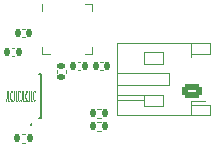
<source format=gbo>
G04 #@! TF.GenerationSoftware,KiCad,Pcbnew,(6.0.1)*
G04 #@! TF.CreationDate,2023-01-15T15:55:40+01:00*
G04 #@! TF.ProjectId,ESP32-IoT-Board-ChipAnt,45535033-322d-4496-9f54-2d426f617264,rev?*
G04 #@! TF.SameCoordinates,Original*
G04 #@! TF.FileFunction,Legend,Bot*
G04 #@! TF.FilePolarity,Positive*
%FSLAX46Y46*%
G04 Gerber Fmt 4.6, Leading zero omitted, Abs format (unit mm)*
G04 Created by KiCad (PCBNEW (6.0.1)) date 2023-01-15 15:55:40*
%MOMM*%
%LPD*%
G01*
G04 APERTURE LIST*
G04 Aperture macros list*
%AMRoundRect*
0 Rectangle with rounded corners*
0 $1 Rounding radius*
0 $2 $3 $4 $5 $6 $7 $8 $9 X,Y pos of 4 corners*
0 Add a 4 corners polygon primitive as box body*
4,1,4,$2,$3,$4,$5,$6,$7,$8,$9,$2,$3,0*
0 Add four circle primitives for the rounded corners*
1,1,$1+$1,$2,$3*
1,1,$1+$1,$4,$5*
1,1,$1+$1,$6,$7*
1,1,$1+$1,$8,$9*
0 Add four rect primitives between the rounded corners*
20,1,$1+$1,$2,$3,$4,$5,0*
20,1,$1+$1,$4,$5,$6,$7,0*
20,1,$1+$1,$6,$7,$8,$9,0*
20,1,$1+$1,$8,$9,$2,$3,0*%
G04 Aperture macros list end*
%ADD10C,0.062500*%
%ADD11C,0.120000*%
%ADD12C,0.200000*%
%ADD13RoundRect,0.140000X-0.140000X-0.170000X0.140000X-0.170000X0.140000X0.170000X-0.140000X0.170000X0*%
%ADD14RoundRect,0.140000X0.140000X0.170000X-0.140000X0.170000X-0.140000X-0.170000X0.140000X-0.170000X0*%
%ADD15RoundRect,0.135000X-0.135000X-0.185000X0.135000X-0.185000X0.135000X0.185000X-0.135000X0.185000X0*%
%ADD16R,0.400000X0.600000*%
%ADD17C,1.560000*%
%ADD18R,0.350000X1.105000*%
%ADD19R,1.105000X0.350000*%
%ADD20R,2.100000X2.100000*%
%ADD21RoundRect,0.135000X0.135000X0.185000X-0.135000X0.185000X-0.135000X-0.185000X0.135000X-0.185000X0*%
%ADD22RoundRect,0.250000X0.625000X-0.350000X0.625000X0.350000X-0.625000X0.350000X-0.625000X-0.350000X0*%
%ADD23O,1.750000X1.200000*%
%ADD24RoundRect,0.140000X-0.170000X0.140000X-0.170000X-0.140000X0.170000X-0.140000X0.170000X0.140000X0*%
G04 APERTURE END LIST*
D10*
X136345238Y-105184523D02*
X136345238Y-105791666D01*
X136333333Y-105913095D01*
X136309523Y-105994047D01*
X136273809Y-106034523D01*
X136250000Y-106034523D01*
X136583333Y-106034523D02*
X136464285Y-106034523D01*
X136464285Y-105184523D01*
X136809523Y-105953571D02*
X136797619Y-105994047D01*
X136761904Y-106034523D01*
X136738095Y-106034523D01*
X136702380Y-105994047D01*
X136678571Y-105913095D01*
X136666666Y-105832142D01*
X136654761Y-105670238D01*
X136654761Y-105548809D01*
X136666666Y-105386904D01*
X136678571Y-105305952D01*
X136702380Y-105225000D01*
X136738095Y-105184523D01*
X136761904Y-105184523D01*
X136797619Y-105225000D01*
X136809523Y-105265476D01*
X136988095Y-105184523D02*
X136988095Y-105791666D01*
X136976190Y-105913095D01*
X136952380Y-105994047D01*
X136916666Y-106034523D01*
X136892857Y-106034523D01*
X137226190Y-106034523D02*
X137107142Y-106034523D01*
X137107142Y-105184523D01*
X137452380Y-105953571D02*
X137440476Y-105994047D01*
X137404761Y-106034523D01*
X137380952Y-106034523D01*
X137345238Y-105994047D01*
X137321428Y-105913095D01*
X137309523Y-105832142D01*
X137297619Y-105670238D01*
X137297619Y-105548809D01*
X137309523Y-105386904D01*
X137321428Y-105305952D01*
X137345238Y-105225000D01*
X137380952Y-105184523D01*
X137404761Y-105184523D01*
X137440476Y-105225000D01*
X137452380Y-105265476D01*
X137630952Y-105184523D02*
X137630952Y-105791666D01*
X137619047Y-105913095D01*
X137595238Y-105994047D01*
X137559523Y-106034523D01*
X137535714Y-106034523D01*
X137869047Y-106034523D02*
X137750000Y-106034523D01*
X137750000Y-105184523D01*
X138095238Y-105953571D02*
X138083333Y-105994047D01*
X138047619Y-106034523D01*
X138023809Y-106034523D01*
X137988095Y-105994047D01*
X137964285Y-105913095D01*
X137952380Y-105832142D01*
X137940476Y-105670238D01*
X137940476Y-105548809D01*
X137952380Y-105386904D01*
X137964285Y-105305952D01*
X137988095Y-105225000D01*
X138023809Y-105184523D01*
X138047619Y-105184523D01*
X138083333Y-105225000D01*
X138095238Y-105265476D01*
X138273809Y-105184523D02*
X138273809Y-105791666D01*
X138261904Y-105913095D01*
X138238095Y-105994047D01*
X138202380Y-106034523D01*
X138178571Y-106034523D01*
X138511904Y-106034523D02*
X138392857Y-106034523D01*
X138392857Y-105184523D01*
X138738095Y-105953571D02*
X138726190Y-105994047D01*
X138690476Y-106034523D01*
X138666666Y-106034523D01*
X138630952Y-105994047D01*
X138607142Y-105913095D01*
X138595238Y-105832142D01*
X138583333Y-105670238D01*
X138583333Y-105548809D01*
X138595238Y-105386904D01*
X138607142Y-105305952D01*
X138630952Y-105225000D01*
X138666666Y-105184523D01*
X138690476Y-105184523D01*
X138726190Y-105225000D01*
X138738095Y-105265476D01*
D11*
X144267164Y-103460000D02*
X144482836Y-103460000D01*
X144267164Y-102740000D02*
X144482836Y-102740000D01*
X137882836Y-100660000D02*
X137667164Y-100660000D01*
X137882836Y-99940000D02*
X137667164Y-99940000D01*
X144021359Y-106720000D02*
X144328641Y-106720000D01*
X144021359Y-107480000D02*
X144328641Y-107480000D01*
X137621359Y-108820000D02*
X137928641Y-108820000D01*
X137621359Y-109580000D02*
X137928641Y-109580000D01*
D12*
X138450000Y-108100000D02*
X138450000Y-108100000D01*
X138450000Y-108000000D02*
X138450000Y-108000000D01*
X138450000Y-108100000D02*
X138450000Y-108100000D01*
X139235000Y-103720000D02*
X139075000Y-103720000D01*
X139075000Y-107480000D02*
X139235000Y-107480000D01*
X139235000Y-107480000D02*
X139235000Y-103720000D01*
X138450000Y-108000000D02*
G75*
G03*
X138450000Y-108100000I0J-50000D01*
G01*
X138450000Y-108000000D02*
G75*
G03*
X138450000Y-108100000I0J-50000D01*
G01*
X138450000Y-108100000D02*
G75*
G03*
X138450000Y-108000000I0J50000D01*
G01*
D11*
X136767164Y-101540000D02*
X136982836Y-101540000D01*
X136767164Y-102260000D02*
X136982836Y-102260000D01*
X143595000Y-97832500D02*
X142975000Y-97832500D01*
X143595000Y-101452500D02*
X143595000Y-102072500D01*
X139355000Y-98452500D02*
X139355000Y-97832500D01*
X139355000Y-102072500D02*
X139975000Y-102072500D01*
X143595000Y-98452500D02*
X143595000Y-97832500D01*
X139355000Y-101452500D02*
X139355000Y-102072500D01*
X143595000Y-102072500D02*
X142975000Y-102072500D01*
X144328641Y-108580000D02*
X144021359Y-108580000D01*
X144328641Y-107820000D02*
X144021359Y-107820000D01*
X151935000Y-107260000D02*
X151935000Y-106340000D01*
X153535000Y-101140000D02*
X153535000Y-102060000D01*
X151935000Y-102060000D02*
X151935000Y-102340000D01*
X153535000Y-107260000D02*
X145715000Y-107260000D01*
X147975000Y-106000000D02*
X145715000Y-106000000D01*
X145715000Y-107260000D02*
X145715000Y-101140000D01*
X147975000Y-105500000D02*
X149575000Y-105500000D01*
X149575000Y-106500000D02*
X147975000Y-106500000D01*
X149575000Y-105500000D02*
X149575000Y-106500000D01*
X147975000Y-106500000D02*
X147975000Y-105500000D01*
X147975000Y-105500000D02*
X145715000Y-105500000D01*
X149575000Y-102900000D02*
X149575000Y-101900000D01*
X150075000Y-103700000D02*
X145715000Y-103700000D01*
X145715000Y-104700000D02*
X150075000Y-104700000D01*
X151935000Y-106060000D02*
X153150000Y-106060000D01*
X151935000Y-101140000D02*
X151935000Y-102060000D01*
X153535000Y-106340000D02*
X153535000Y-107260000D01*
X151935000Y-106060000D02*
X151935000Y-106340000D01*
X147975000Y-101900000D02*
X147975000Y-102900000D01*
X149575000Y-101900000D02*
X147975000Y-101900000D01*
X150075000Y-104700000D02*
X150075000Y-103700000D01*
X153535000Y-102060000D02*
X151935000Y-102060000D01*
X151935000Y-106340000D02*
X153535000Y-106340000D01*
X147975000Y-102900000D02*
X149575000Y-102900000D01*
X145715000Y-101140000D02*
X153535000Y-101140000D01*
X142367164Y-102740000D02*
X142582836Y-102740000D01*
X142367164Y-103460000D02*
X142582836Y-103460000D01*
X141335000Y-103442164D02*
X141335000Y-103657836D01*
X140615000Y-103442164D02*
X140615000Y-103657836D01*
%LPC*%
D13*
X143895000Y-103100000D03*
X144855000Y-103100000D03*
D14*
X138255000Y-100300000D03*
X137295000Y-100300000D03*
D15*
X143665000Y-107100000D03*
X144685000Y-107100000D03*
X137265000Y-109200000D03*
X138285000Y-109200000D03*
D16*
X138450000Y-106930000D03*
X137400000Y-106930000D03*
X136350000Y-106930000D03*
X135300000Y-106930000D03*
D17*
X135290000Y-105600000D03*
D16*
X135300000Y-104270000D03*
X136350000Y-104270000D03*
X137400000Y-104270000D03*
X138450000Y-104270000D03*
D13*
X136395000Y-101900000D03*
X137355000Y-101900000D03*
D18*
X140500000Y-98150000D03*
X141150000Y-98150000D03*
X141800000Y-98150000D03*
X142450000Y-98150000D03*
D19*
X143277500Y-98977500D03*
X143277500Y-99627500D03*
X143277500Y-100277500D03*
X143277500Y-100927500D03*
D18*
X142450000Y-101755000D03*
X141800000Y-101755000D03*
X141150000Y-101755000D03*
X140500000Y-101755000D03*
D19*
X139672500Y-100927500D03*
X139672500Y-100277500D03*
X139672500Y-99627500D03*
X139672500Y-98977500D03*
D20*
X141475000Y-99952500D03*
D21*
X144685000Y-108200000D03*
X143665000Y-108200000D03*
D22*
X152075000Y-105200000D03*
D23*
X152075000Y-103200000D03*
D13*
X141995000Y-103100000D03*
X142955000Y-103100000D03*
D24*
X140975000Y-103070000D03*
X140975000Y-104030000D03*
M02*

</source>
